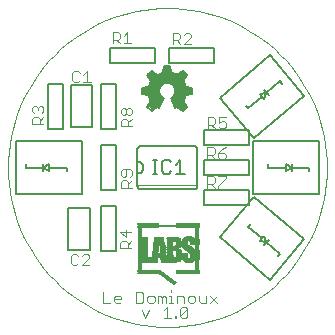
<source format=gto>
G75*
G70*
%OFA0B0*%
%FSLAX24Y24*%
%IPPOS*%
%LPD*%
%AMOC8*
5,1,8,0,0,1.08239X$1,22.5*
%
%ADD10C,0.0004*%
%ADD11C,0.0040*%
%ADD12C,0.0060*%
%ADD13C,0.0020*%
%ADD14C,0.0050*%
%ADD15C,0.0030*%
%ADD16R,0.0024X0.0008*%
%ADD17R,0.0040X0.0008*%
%ADD18R,0.0048X0.0008*%
%ADD19R,0.0072X0.0008*%
%ADD20R,0.0088X0.0008*%
%ADD21R,0.0104X0.0008*%
%ADD22R,0.0120X0.0008*%
%ADD23R,0.0136X0.0008*%
%ADD24R,0.0152X0.0008*%
%ADD25R,0.0176X0.0008*%
%ADD26R,0.0184X0.0008*%
%ADD27R,0.0200X0.0008*%
%ADD28R,0.0200X0.0008*%
%ADD29R,0.0192X0.0008*%
%ADD30R,0.0904X0.0008*%
%ADD31R,0.0776X0.0008*%
%ADD32R,0.0888X0.0008*%
%ADD33R,0.0880X0.0008*%
%ADD34R,0.0864X0.0008*%
%ADD35R,0.0776X0.0008*%
%ADD36R,0.0856X0.0008*%
%ADD37R,0.0848X0.0008*%
%ADD38R,0.0832X0.0008*%
%ADD39R,0.0824X0.0008*%
%ADD40R,0.0808X0.0008*%
%ADD41R,0.0800X0.0008*%
%ADD42R,0.0792X0.0008*%
%ADD43R,0.0768X0.0008*%
%ADD44R,0.0752X0.0008*%
%ADD45R,0.0744X0.0008*%
%ADD46R,0.0120X0.0008*%
%ADD47R,0.0128X0.0008*%
%ADD48R,0.0192X0.0008*%
%ADD49R,0.0656X0.0008*%
%ADD50R,0.0536X0.0008*%
%ADD51R,0.0240X0.0008*%
%ADD52R,0.0600X0.0008*%
%ADD53R,0.0288X0.0008*%
%ADD54R,0.0624X0.0008*%
%ADD55R,0.0304X0.0008*%
%ADD56R,0.0640X0.0008*%
%ADD57R,0.0336X0.0008*%
%ADD58R,0.0664X0.0008*%
%ADD59R,0.0656X0.0008*%
%ADD60R,0.0360X0.0008*%
%ADD61R,0.0664X0.0008*%
%ADD62R,0.0664X0.0008*%
%ADD63R,0.0384X0.0008*%
%ADD64R,0.0672X0.0008*%
%ADD65R,0.0400X0.0008*%
%ADD66R,0.0680X0.0008*%
%ADD67R,0.0416X0.0008*%
%ADD68R,0.0552X0.0008*%
%ADD69R,0.0672X0.0008*%
%ADD70R,0.0696X0.0008*%
%ADD71R,0.0552X0.0008*%
%ADD72R,0.0696X0.0008*%
%ADD73R,0.0560X0.0008*%
%ADD74R,0.0704X0.0008*%
%ADD75R,0.0568X0.0008*%
%ADD76R,0.0704X0.0008*%
%ADD77R,0.0568X0.0008*%
%ADD78R,0.1288X0.0008*%
%ADD79R,0.0920X0.0008*%
%ADD80R,0.0320X0.0008*%
%ADD81R,0.0912X0.0008*%
%ADD82R,0.0312X0.0008*%
%ADD83R,0.0432X0.0008*%
%ADD84R,0.0448X0.0008*%
%ADD85R,0.1192X0.0008*%
%ADD86R,0.0416X0.0008*%
%ADD87R,0.0304X0.0008*%
%ADD88R,0.1192X0.0008*%
%ADD89R,0.0408X0.0008*%
%ADD90R,0.0328X0.0008*%
%ADD91R,0.0728X0.0008*%
%ADD92R,0.0328X0.0008*%
%ADD93R,0.0720X0.0008*%
%ADD94R,0.0392X0.0008*%
%ADD95R,0.0720X0.0008*%
%ADD96R,0.0392X0.0008*%
%ADD97R,0.0488X0.0008*%
%ADD98R,0.0224X0.0008*%
%ADD99R,0.0488X0.0008*%
%ADD100R,0.0224X0.0008*%
%ADD101R,0.0480X0.0008*%
%ADD102R,0.0472X0.0008*%
%ADD103R,0.0472X0.0008*%
%ADD104R,0.0312X0.0008*%
%ADD105R,0.0216X0.0008*%
%ADD106R,0.0192X0.0008*%
%ADD107R,0.0336X0.0008*%
%ADD108R,0.0216X0.0008*%
%ADD109R,0.0352X0.0008*%
%ADD110R,0.0192X0.0008*%
%ADD111R,0.0184X0.0008*%
%ADD112R,0.0360X0.0008*%
%ADD113R,0.0208X0.0008*%
%ADD114R,0.0368X0.0008*%
%ADD115R,0.0184X0.0008*%
%ADD116R,0.0408X0.0008*%
%ADD117R,0.0416X0.0008*%
%ADD118R,0.0256X0.0008*%
%ADD119R,0.0440X0.0008*%
%ADD120R,0.0328X0.0008*%
%ADD121R,0.0336X0.0008*%
%ADD122R,0.0344X0.0008*%
%ADD123R,0.0472X0.0008*%
%ADD124R,0.0344X0.0008*%
%ADD125R,0.0464X0.0008*%
%ADD126R,0.0176X0.0008*%
%ADD127R,0.0456X0.0008*%
%ADD128R,0.0352X0.0008*%
%ADD129R,0.0440X0.0008*%
%ADD130R,0.0352X0.0008*%
%ADD131R,0.0424X0.0008*%
%ADD132R,0.0344X0.0008*%
%ADD133R,0.0176X0.0008*%
%ADD134R,0.0184X0.0008*%
%ADD135R,0.0216X0.0008*%
%ADD136R,0.0296X0.0008*%
%ADD137R,0.0280X0.0008*%
%ADD138R,0.0264X0.0008*%
%ADD139R,0.0448X0.0008*%
%ADD140R,0.0424X0.0008*%
%ADD141R,0.0400X0.0008*%
%ADD142R,0.0376X0.0008*%
%ADD143R,0.0368X0.0008*%
%ADD144R,0.0408X0.0008*%
%ADD145R,0.0480X0.0008*%
%ADD146R,0.0584X0.0008*%
%ADD147R,0.0576X0.0008*%
%ADD148R,0.0464X0.0008*%
%ADD149R,0.0328X0.0008*%
%ADD150R,0.0432X0.0008*%
%ADD151R,0.0376X0.0008*%
%ADD152R,0.0392X0.0008*%
%ADD153R,0.0376X0.0008*%
%ADD154R,0.0320X0.0008*%
%ADD155R,0.0272X0.0008*%
%ADD156R,0.0224X0.0008*%
%ADD157R,0.0064X0.0008*%
%ADD158R,0.0704X0.0008*%
%ADD159R,0.0704X0.0008*%
%ADD160R,0.2048X0.0008*%
%ADD161R,0.2048X0.0008*%
D10*
X000111Y005426D02*
X000117Y005687D01*
X000137Y005947D01*
X000169Y006206D01*
X000213Y006463D01*
X000270Y006717D01*
X000340Y006969D01*
X000422Y007217D01*
X000516Y007460D01*
X000621Y007698D01*
X000739Y007931D01*
X000867Y008158D01*
X001007Y008379D01*
X001157Y008592D01*
X001317Y008798D01*
X001488Y008995D01*
X001668Y009184D01*
X001857Y009364D01*
X002054Y009535D01*
X002260Y009695D01*
X002473Y009845D01*
X002694Y009985D01*
X002921Y010113D01*
X003154Y010231D01*
X003392Y010336D01*
X003635Y010430D01*
X003883Y010512D01*
X004135Y010582D01*
X004389Y010639D01*
X004646Y010683D01*
X004905Y010715D01*
X005165Y010735D01*
X005426Y010741D01*
X005687Y010735D01*
X005947Y010715D01*
X006206Y010683D01*
X006463Y010639D01*
X006717Y010582D01*
X006969Y010512D01*
X007217Y010430D01*
X007460Y010336D01*
X007698Y010231D01*
X007931Y010113D01*
X008158Y009985D01*
X008379Y009845D01*
X008592Y009695D01*
X008798Y009535D01*
X008995Y009364D01*
X009184Y009184D01*
X009364Y008995D01*
X009535Y008798D01*
X009695Y008592D01*
X009845Y008379D01*
X009985Y008158D01*
X010113Y007931D01*
X010231Y007698D01*
X010336Y007460D01*
X010430Y007217D01*
X010512Y006969D01*
X010582Y006717D01*
X010639Y006463D01*
X010683Y006206D01*
X010715Y005947D01*
X010735Y005687D01*
X010741Y005426D01*
X010735Y005165D01*
X010715Y004905D01*
X010683Y004646D01*
X010639Y004389D01*
X010582Y004135D01*
X010512Y003883D01*
X010430Y003635D01*
X010336Y003392D01*
X010231Y003154D01*
X010113Y002921D01*
X009985Y002694D01*
X009845Y002473D01*
X009695Y002260D01*
X009535Y002054D01*
X009364Y001857D01*
X009184Y001668D01*
X008995Y001488D01*
X008798Y001317D01*
X008592Y001157D01*
X008379Y001007D01*
X008158Y000867D01*
X007931Y000739D01*
X007698Y000621D01*
X007460Y000516D01*
X007217Y000422D01*
X006969Y000340D01*
X006717Y000270D01*
X006463Y000213D01*
X006206Y000169D01*
X005947Y000137D01*
X005687Y000117D01*
X005426Y000111D01*
X005165Y000117D01*
X004905Y000137D01*
X004646Y000169D01*
X004389Y000213D01*
X004135Y000270D01*
X003883Y000340D01*
X003635Y000422D01*
X003392Y000516D01*
X003154Y000621D01*
X002921Y000739D01*
X002694Y000867D01*
X002473Y001007D01*
X002260Y001157D01*
X002054Y001317D01*
X001857Y001488D01*
X001668Y001668D01*
X001488Y001857D01*
X001317Y002054D01*
X001157Y002260D01*
X001007Y002473D01*
X000867Y002694D01*
X000739Y002921D01*
X000621Y003154D01*
X000516Y003392D01*
X000422Y003635D01*
X000340Y003883D01*
X000270Y004135D01*
X000213Y004389D01*
X000169Y004646D01*
X000137Y004905D01*
X000117Y005165D01*
X000111Y005426D01*
D11*
X003280Y001279D02*
X003280Y000918D01*
X003521Y000918D01*
X003649Y000978D02*
X003649Y001098D01*
X003709Y001158D01*
X003829Y001158D01*
X003889Y001098D01*
X003889Y001038D01*
X003649Y001038D01*
X003649Y000978D02*
X003709Y000918D01*
X003829Y000918D01*
X004385Y000918D02*
X004566Y000918D01*
X004626Y000978D01*
X004626Y001219D01*
X004566Y001279D01*
X004385Y001279D01*
X004385Y000918D01*
X004560Y000666D02*
X004680Y000426D01*
X004800Y000666D01*
X004814Y000918D02*
X004754Y000978D01*
X004754Y001098D01*
X004814Y001158D01*
X004934Y001158D01*
X004994Y001098D01*
X004994Y000978D01*
X004934Y000918D01*
X004814Y000918D01*
X005122Y000918D02*
X005122Y001158D01*
X005182Y001158D01*
X005242Y001098D01*
X005302Y001158D01*
X005362Y001098D01*
X005362Y000918D01*
X005242Y000918D02*
X005242Y001098D01*
X005490Y001158D02*
X005550Y001158D01*
X005550Y000918D01*
X005490Y000918D02*
X005610Y000918D01*
X005736Y000918D02*
X005736Y001158D01*
X005916Y001158D01*
X005976Y001098D01*
X005976Y000918D01*
X006104Y000978D02*
X006164Y000918D01*
X006284Y000918D01*
X006344Y000978D01*
X006344Y001098D01*
X006284Y001158D01*
X006164Y001158D01*
X006104Y001098D01*
X006104Y000978D01*
X006029Y000786D02*
X005909Y000786D01*
X005849Y000726D01*
X005849Y000486D01*
X006089Y000726D01*
X006089Y000486D01*
X006029Y000426D01*
X005909Y000426D01*
X005849Y000486D01*
X005725Y000486D02*
X005725Y000426D01*
X005665Y000426D01*
X005665Y000486D01*
X005725Y000486D01*
X005537Y000426D02*
X005297Y000426D01*
X005417Y000426D02*
X005417Y000786D01*
X005297Y000666D01*
X005550Y001279D02*
X005550Y001339D01*
X006029Y000786D02*
X006089Y000726D01*
X006472Y000978D02*
X006532Y000918D01*
X006713Y000918D01*
X006713Y001158D01*
X006841Y001158D02*
X007081Y000918D01*
X006841Y000918D02*
X007081Y001158D01*
X006472Y001158D02*
X006472Y000978D01*
D12*
X006276Y004706D02*
X004576Y004706D01*
X004554Y004704D01*
X004532Y004705D01*
X004510Y004711D01*
X004490Y004720D01*
X004472Y004732D01*
X004456Y004747D01*
X004442Y004765D01*
X004433Y004785D01*
X004426Y004806D01*
X004426Y004846D01*
X004426Y006046D01*
X004433Y006067D01*
X004442Y006087D01*
X004456Y006105D01*
X004472Y006120D01*
X004490Y006132D01*
X004510Y006141D01*
X004532Y006147D01*
X004554Y006148D01*
X004576Y006146D01*
X006276Y006146D01*
X006296Y006148D01*
X006316Y006147D01*
X006335Y006143D01*
X006354Y006136D01*
X006371Y006127D01*
X006387Y006114D01*
X006401Y006100D01*
X006412Y006083D01*
X006420Y006065D01*
X006426Y006046D01*
X006426Y004846D01*
X006426Y004806D01*
X006420Y004787D01*
X006412Y004769D01*
X006401Y004752D01*
X006387Y004738D01*
X006371Y004725D01*
X006354Y004716D01*
X006335Y004709D01*
X006316Y004705D01*
X006296Y004704D01*
X006276Y004706D01*
X004426Y005226D02*
X004453Y005228D01*
X004480Y005233D01*
X004506Y005243D01*
X004530Y005255D01*
X004552Y005271D01*
X004572Y005289D01*
X004589Y005311D01*
X004604Y005334D01*
X004614Y005359D01*
X004622Y005385D01*
X004626Y005412D01*
X004626Y005440D01*
X004622Y005467D01*
X004614Y005493D01*
X004604Y005518D01*
X004589Y005541D01*
X004572Y005563D01*
X004552Y005581D01*
X004530Y005597D01*
X004506Y005609D01*
X004480Y005619D01*
X004453Y005624D01*
X004426Y005626D01*
X004899Y007316D02*
X004759Y007456D01*
X004879Y007636D01*
X004910Y007663D02*
X005248Y007663D01*
X005279Y007716D02*
X005129Y007466D01*
X005079Y007466D01*
X004929Y007366D01*
X004829Y007466D01*
X004929Y007616D01*
X004829Y007866D01*
X004629Y007916D01*
X004629Y008066D01*
X004829Y008066D01*
X004929Y008316D01*
X004779Y008516D01*
X004929Y008616D01*
X005079Y008466D01*
X005279Y008566D01*
X005329Y008766D01*
X005479Y008766D01*
X005529Y008566D01*
X005729Y008466D01*
X005929Y008616D01*
X006029Y008516D01*
X005929Y008316D01*
X006029Y008066D01*
X006229Y008066D01*
X006229Y007916D01*
X005979Y007866D01*
X005929Y007616D01*
X006029Y007466D01*
X005929Y007366D01*
X005779Y007466D01*
X005679Y007416D01*
X005579Y007716D01*
X005729Y007916D01*
X005679Y008166D01*
X005479Y008266D01*
X005279Y008266D01*
X005129Y008116D01*
X005129Y007816D01*
X005279Y007716D01*
X005271Y007721D02*
X004887Y007721D01*
X004864Y007780D02*
X005183Y007780D01*
X005129Y007839D02*
X004840Y007839D01*
X004799Y007836D02*
X004579Y007876D01*
X004579Y008076D01*
X004809Y008116D01*
X004856Y008131D02*
X005145Y008131D01*
X005129Y008073D02*
X004832Y008073D01*
X004879Y008190D02*
X005204Y008190D01*
X005262Y008248D02*
X004902Y008248D01*
X004889Y008306D02*
X004759Y008496D01*
X004899Y008636D01*
X005089Y008506D01*
X005113Y008483D02*
X005695Y008483D01*
X005739Y008506D02*
X005939Y008636D01*
X006079Y008496D01*
X005939Y008306D01*
X005933Y008307D02*
X004926Y008307D01*
X004892Y008365D02*
X005954Y008365D01*
X005984Y008424D02*
X004848Y008424D01*
X004804Y008483D02*
X005062Y008483D01*
X005004Y008541D02*
X004818Y008541D01*
X004905Y008600D02*
X004945Y008600D01*
X005230Y008541D02*
X005578Y008541D01*
X005559Y008576D02*
X005509Y008816D01*
X005319Y008816D01*
X005269Y008576D01*
X005288Y008600D02*
X005521Y008600D01*
X005506Y008658D02*
X005303Y008658D01*
X005317Y008717D02*
X005492Y008717D01*
X005752Y008483D02*
X006013Y008483D01*
X006004Y008541D02*
X005830Y008541D01*
X005908Y008600D02*
X005945Y008600D01*
X005956Y008248D02*
X005514Y008248D01*
X005631Y008190D02*
X005980Y008190D01*
X006003Y008131D02*
X005686Y008131D01*
X005698Y008073D02*
X006026Y008073D01*
X006029Y008116D02*
X006249Y008076D01*
X006249Y007876D01*
X006029Y007836D01*
X005974Y007839D02*
X005672Y007839D01*
X005716Y007897D02*
X006137Y007897D01*
X006229Y007956D02*
X005721Y007956D01*
X005710Y008014D02*
X006229Y008014D01*
X005962Y007780D02*
X005628Y007780D01*
X005584Y007721D02*
X005951Y007721D01*
X005939Y007663D02*
X005597Y007663D01*
X005616Y007604D02*
X005937Y007604D01*
X005949Y007636D02*
X006079Y007456D01*
X005939Y007316D01*
X005759Y007436D01*
X005679Y007396D01*
X005539Y007736D01*
X005636Y007546D02*
X005976Y007546D01*
X006015Y007487D02*
X005655Y007487D01*
X005675Y007429D02*
X005706Y007429D01*
X005835Y007429D02*
X005993Y007429D01*
X005934Y007370D02*
X005922Y007370D01*
X005299Y007736D02*
X005149Y007396D01*
X005079Y007436D01*
X004899Y007316D01*
X004925Y007370D02*
X004936Y007370D01*
X004866Y007429D02*
X005024Y007429D01*
X005142Y007487D02*
X004844Y007487D01*
X004883Y007546D02*
X005178Y007546D01*
X005213Y007604D02*
X004922Y007604D01*
X005129Y007897D02*
X004703Y007897D01*
X004629Y007956D02*
X005129Y007956D01*
X005129Y008014D02*
X004629Y008014D01*
X004802Y007820D02*
X004817Y007773D01*
X004835Y007727D01*
X004857Y007683D01*
X004882Y007641D01*
X005092Y008501D02*
X005134Y008524D01*
X005177Y008543D01*
X005222Y008560D01*
X005268Y008572D01*
X005299Y007736D02*
X005271Y007752D01*
X005244Y007771D01*
X005221Y007793D01*
X005200Y007818D01*
X005182Y007846D01*
X005167Y007875D01*
X005157Y007906D01*
X005149Y007937D01*
X005146Y007970D01*
X005147Y008002D01*
X005151Y008035D01*
X005160Y008066D01*
X005172Y008096D01*
X005187Y008125D01*
X005206Y008152D01*
X005228Y008176D01*
X005252Y008197D01*
X005279Y008216D01*
X005308Y008231D01*
X005339Y008242D01*
X005370Y008250D01*
X005403Y008254D01*
X005435Y008254D01*
X005468Y008250D01*
X005499Y008242D01*
X005530Y008231D01*
X005559Y008216D01*
X005586Y008197D01*
X005610Y008176D01*
X005632Y008152D01*
X005651Y008125D01*
X005666Y008096D01*
X005678Y008066D01*
X005687Y008035D01*
X005691Y008002D01*
X005692Y007970D01*
X005689Y007937D01*
X005681Y007906D01*
X005671Y007875D01*
X005656Y007846D01*
X005638Y007818D01*
X005617Y007793D01*
X005594Y007771D01*
X005567Y007752D01*
X005539Y007736D01*
X006031Y008116D02*
X006019Y008156D01*
X006004Y008195D01*
X005986Y008233D01*
X005966Y008269D01*
X005944Y008304D01*
X005739Y008506D02*
X005696Y008529D01*
X005652Y008549D01*
X005606Y008565D01*
X005560Y008577D01*
X006029Y007837D02*
X006019Y007795D01*
X006006Y007754D01*
X005990Y007714D01*
X005971Y007675D01*
X005949Y007638D01*
X004808Y008118D02*
X004819Y008158D01*
X004833Y008197D01*
X004849Y008234D01*
X004868Y008271D01*
X004889Y008306D01*
D13*
X004426Y004846D02*
X006426Y004846D01*
D14*
X006644Y004692D02*
X006644Y004192D01*
X008144Y004192D01*
X008144Y004692D01*
X006644Y004692D01*
X006644Y005176D02*
X006644Y005676D01*
X008144Y005676D01*
X008144Y005176D01*
X006644Y005176D01*
X006001Y005218D02*
X005701Y005218D01*
X005851Y005218D02*
X005851Y005669D01*
X005701Y005518D01*
X005541Y005593D02*
X005466Y005669D01*
X005316Y005669D01*
X005241Y005593D01*
X005241Y005293D01*
X005316Y005218D01*
X005466Y005218D01*
X005541Y005293D01*
X005084Y005218D02*
X004934Y005218D01*
X005009Y005218D02*
X005009Y005669D01*
X004934Y005669D02*
X005084Y005669D01*
X003707Y006176D02*
X003707Y004676D01*
X003207Y004676D01*
X003207Y006176D01*
X003707Y006176D01*
X003707Y006723D02*
X003207Y006723D01*
X003207Y008223D01*
X003707Y008223D01*
X003707Y006723D01*
X002926Y006764D02*
X002217Y006764D01*
X002217Y008182D01*
X002926Y008182D01*
X002926Y006764D01*
X002589Y006301D02*
X000389Y006301D01*
X000389Y004551D01*
X002589Y004551D01*
X002589Y004576D01*
X002589Y006276D01*
X002589Y006301D01*
X001936Y006723D02*
X001436Y006723D01*
X001436Y008223D01*
X001936Y008223D01*
X001936Y006723D01*
X001489Y005535D02*
X001292Y005426D01*
X001292Y005535D01*
X001292Y005426D02*
X001292Y005316D01*
X001292Y005426D02*
X001489Y005316D01*
X001489Y005426D01*
X001489Y005535D01*
X001489Y005426D02*
X002079Y005426D01*
X002079Y005316D01*
X001292Y005426D02*
X000701Y005426D01*
X000701Y005535D01*
X002119Y004087D02*
X002119Y002670D01*
X002827Y002670D01*
X002827Y004087D01*
X002119Y004087D01*
X003207Y004129D02*
X003707Y004129D01*
X003707Y002629D01*
X003207Y002629D01*
X003207Y004129D01*
X006644Y006160D02*
X006644Y006660D01*
X008144Y006660D01*
X008144Y006160D01*
X006644Y006160D01*
X008123Y007408D02*
X008053Y007492D01*
X008123Y007408D02*
X008575Y007788D01*
X008646Y007704D01*
X008726Y007915D01*
X008796Y007831D01*
X008726Y007915D02*
X008656Y007998D01*
X008726Y007915D02*
X008505Y007872D01*
X008575Y007788D01*
X008726Y007915D02*
X009179Y008294D01*
X009249Y008210D01*
X009981Y007825D02*
X008856Y009165D01*
X007170Y007751D01*
X007186Y007732D01*
X008279Y006430D01*
X008295Y006411D01*
X009981Y007825D01*
X010463Y006301D02*
X008263Y006301D01*
X008263Y006276D01*
X008263Y004576D01*
X008263Y004551D01*
X010463Y004551D01*
X010463Y006301D01*
X010150Y005426D02*
X009560Y005426D01*
X009560Y005316D01*
X009560Y005426D02*
X009560Y005535D01*
X009560Y005426D02*
X009363Y005316D01*
X009363Y005426D01*
X009363Y005535D01*
X009560Y005426D01*
X009363Y005426D02*
X008772Y005426D01*
X008772Y005535D01*
X008295Y004441D02*
X008279Y004422D01*
X007186Y003120D01*
X007170Y003100D01*
X008856Y001686D01*
X009981Y003027D01*
X008295Y004441D01*
X008193Y003527D02*
X008123Y003443D01*
X008575Y003064D01*
X008505Y002980D01*
X008726Y002937D01*
X008656Y002853D01*
X008726Y002937D02*
X008796Y003021D01*
X008726Y002937D02*
X008646Y003147D01*
X008575Y003064D01*
X008726Y002937D02*
X009179Y002557D01*
X009108Y002474D01*
X010150Y005316D02*
X010150Y005426D01*
X006963Y008916D02*
X006963Y009416D01*
X005463Y009416D01*
X005463Y008916D01*
X006963Y008916D01*
X004995Y008916D02*
X003495Y008916D01*
X003495Y009416D01*
X004995Y009416D01*
X004995Y008916D01*
D15*
X002207Y002236D02*
X002269Y002175D01*
X002392Y002175D01*
X002454Y002236D01*
X002575Y002175D02*
X002822Y002422D01*
X002822Y002483D01*
X002760Y002545D01*
X002637Y002545D01*
X002575Y002483D01*
X002454Y002483D02*
X002392Y002545D01*
X002269Y002545D01*
X002207Y002483D01*
X002207Y002236D01*
X002575Y002175D02*
X002822Y002175D01*
X003852Y002730D02*
X003852Y002915D01*
X003914Y002977D01*
X004037Y002977D01*
X004099Y002915D01*
X004099Y002730D01*
X004099Y002853D02*
X004223Y002977D01*
X004037Y003098D02*
X004037Y003345D01*
X003852Y003283D02*
X004223Y003283D01*
X004037Y003098D02*
X003852Y003283D01*
X003852Y002730D02*
X004223Y002730D01*
X004242Y004757D02*
X003872Y004757D01*
X003872Y004943D01*
X003934Y005004D01*
X004057Y005004D01*
X004119Y004943D01*
X004119Y004757D01*
X004119Y004881D02*
X004242Y005004D01*
X004181Y005126D02*
X004242Y005187D01*
X004242Y005311D01*
X004181Y005373D01*
X003934Y005373D01*
X003872Y005311D01*
X003872Y005187D01*
X003934Y005126D01*
X003995Y005126D01*
X004057Y005187D01*
X004057Y005373D01*
X004119Y006805D02*
X004119Y006990D01*
X004057Y007051D01*
X003934Y007051D01*
X003872Y006990D01*
X003872Y006805D01*
X004242Y006805D01*
X004119Y006928D02*
X004242Y007051D01*
X004181Y007173D02*
X004119Y007173D01*
X004057Y007235D01*
X004057Y007358D01*
X004119Y007420D01*
X004181Y007420D01*
X004242Y007358D01*
X004242Y007235D01*
X004181Y007173D01*
X004057Y007235D02*
X003995Y007173D01*
X003934Y007173D01*
X003872Y007235D01*
X003872Y007358D01*
X003934Y007420D01*
X003995Y007420D01*
X004057Y007358D01*
X002861Y008277D02*
X002615Y008277D01*
X002738Y008277D02*
X002738Y008647D01*
X002615Y008524D01*
X002493Y008586D02*
X002431Y008647D01*
X002308Y008647D01*
X002246Y008586D01*
X002246Y008339D01*
X002308Y008277D01*
X002431Y008277D01*
X002493Y008339D01*
X001290Y007418D02*
X001290Y007294D01*
X001229Y007232D01*
X001290Y007111D02*
X001167Y006987D01*
X001167Y007049D02*
X001167Y006864D01*
X001290Y006864D02*
X000920Y006864D01*
X000920Y007049D01*
X000982Y007111D01*
X001105Y007111D01*
X001167Y007049D01*
X000982Y007232D02*
X000920Y007294D01*
X000920Y007418D01*
X000982Y007479D01*
X001044Y007479D01*
X001105Y007418D01*
X001167Y007479D01*
X001229Y007479D01*
X001290Y007418D01*
X001105Y007418D02*
X001105Y007356D01*
X003596Y009561D02*
X003596Y009932D01*
X003781Y009932D01*
X003843Y009870D01*
X003843Y009746D01*
X003781Y009685D01*
X003596Y009685D01*
X003720Y009685D02*
X003843Y009561D01*
X003965Y009561D02*
X004211Y009561D01*
X004088Y009561D02*
X004088Y009932D01*
X003965Y009808D01*
X005604Y009913D02*
X005604Y009542D01*
X005604Y009666D02*
X005789Y009666D01*
X005851Y009728D01*
X005851Y009851D01*
X005789Y009913D01*
X005604Y009913D01*
X005727Y009666D02*
X005851Y009542D01*
X005972Y009542D02*
X006219Y009789D01*
X006219Y009851D01*
X006157Y009913D01*
X006034Y009913D01*
X005972Y009851D01*
X005972Y009542D02*
X006219Y009542D01*
X006760Y007097D02*
X006945Y007097D01*
X007007Y007035D01*
X007007Y006912D01*
X006945Y006850D01*
X006760Y006850D01*
X006760Y006727D02*
X006760Y007097D01*
X006884Y006850D02*
X007007Y006727D01*
X007129Y006789D02*
X007190Y006727D01*
X007314Y006727D01*
X007375Y006789D01*
X007375Y006912D01*
X007314Y006974D01*
X007252Y006974D01*
X007129Y006912D01*
X007129Y007097D01*
X007375Y007097D01*
X007361Y006093D02*
X007238Y006031D01*
X007114Y005908D01*
X007299Y005908D01*
X007361Y005846D01*
X007361Y005784D01*
X007299Y005723D01*
X007176Y005723D01*
X007114Y005784D01*
X007114Y005908D01*
X006993Y005908D02*
X006993Y006031D01*
X006931Y006093D01*
X006746Y006093D01*
X006746Y005723D01*
X006746Y005846D02*
X006931Y005846D01*
X006993Y005908D01*
X006869Y005846D02*
X006993Y005723D01*
X006939Y005128D02*
X006754Y005128D01*
X006754Y004758D01*
X006754Y004881D02*
X006939Y004881D01*
X007001Y004943D01*
X007001Y005067D01*
X006939Y005128D01*
X007122Y005128D02*
X007369Y005128D01*
X007369Y005067D01*
X007122Y004820D01*
X007122Y004758D01*
X007001Y004758D02*
X006878Y004881D01*
D16*
X005650Y001497D03*
D17*
X005650Y001505D03*
D18*
X005646Y001513D03*
D19*
X005642Y001521D03*
D20*
X005642Y001529D03*
D21*
X005642Y001537D03*
D22*
X005634Y001545D03*
X006426Y001985D03*
X006426Y001993D03*
X006426Y002001D03*
X006426Y002017D03*
X006426Y002025D03*
X006426Y002033D03*
X006426Y002041D03*
X006426Y002057D03*
X006426Y002065D03*
X006426Y002073D03*
X006426Y002081D03*
X006426Y002097D03*
X006426Y002105D03*
X006426Y002113D03*
X006426Y002121D03*
X006426Y002137D03*
X006426Y002145D03*
X006426Y002153D03*
X006426Y002161D03*
X006426Y002177D03*
X006426Y002185D03*
X006426Y002193D03*
X006426Y002201D03*
X006426Y002217D03*
X006426Y002225D03*
X006426Y002233D03*
X006426Y002241D03*
X006426Y002257D03*
X006426Y002265D03*
X006426Y002273D03*
X006426Y002281D03*
X006426Y002297D03*
X006426Y002305D03*
X006426Y002313D03*
X006426Y002641D03*
X006426Y002657D03*
X006426Y002665D03*
X006426Y002673D03*
X006426Y002681D03*
X006426Y002697D03*
X006426Y002705D03*
X006426Y002713D03*
X006426Y002721D03*
X006426Y002737D03*
X006426Y002745D03*
X006426Y002753D03*
X006426Y002761D03*
X006426Y002777D03*
X006426Y002785D03*
X006426Y002793D03*
X006426Y002801D03*
X006426Y002817D03*
X006426Y002825D03*
X006426Y002833D03*
X006426Y002841D03*
X006426Y003001D03*
X006426Y003017D03*
X006426Y003025D03*
X006426Y003033D03*
X006426Y003041D03*
X006426Y003057D03*
X006426Y003065D03*
X006426Y003073D03*
X006426Y003081D03*
X006426Y003097D03*
X006426Y003105D03*
X006426Y003113D03*
X006426Y003121D03*
X006426Y003137D03*
X006426Y003145D03*
X006426Y003153D03*
X006426Y003161D03*
X006426Y003177D03*
X006426Y003185D03*
X006426Y003193D03*
X006426Y003201D03*
X006426Y003217D03*
X006426Y003225D03*
X006426Y003233D03*
X006426Y003241D03*
X006426Y003257D03*
X006426Y003265D03*
X006426Y003273D03*
X006426Y003281D03*
X006426Y003297D03*
X006426Y003305D03*
X006426Y003313D03*
X006426Y003321D03*
X006426Y003337D03*
X006426Y003345D03*
X006426Y003353D03*
X006426Y003361D03*
X006426Y003377D03*
X006426Y003385D03*
X006426Y003393D03*
X006426Y003401D03*
X004498Y003401D03*
X004498Y003393D03*
X004498Y003385D03*
X004498Y003377D03*
X004498Y003361D03*
X004498Y003353D03*
X004498Y003345D03*
X004498Y003337D03*
X004498Y003321D03*
X004498Y003313D03*
X004498Y003305D03*
X004498Y003297D03*
X004498Y003281D03*
X004498Y003273D03*
X004498Y003265D03*
X004498Y003257D03*
X004498Y003241D03*
X004498Y003233D03*
X004498Y003225D03*
X004498Y003217D03*
X004498Y003201D03*
X004498Y003193D03*
X004498Y003185D03*
X004498Y003177D03*
X004498Y003161D03*
X004498Y003153D03*
X004498Y003145D03*
X004498Y003137D03*
X004498Y003121D03*
X004498Y003113D03*
X004498Y003105D03*
X004498Y003097D03*
X004498Y002241D03*
X004498Y002233D03*
X004498Y002225D03*
X004498Y002217D03*
X004498Y002201D03*
X004498Y002193D03*
X004498Y002185D03*
X004498Y002177D03*
X004498Y002161D03*
X004498Y002153D03*
X004498Y002145D03*
X004498Y002137D03*
X004498Y002121D03*
X004498Y002113D03*
X004498Y002105D03*
X004498Y002097D03*
X004498Y002081D03*
X004498Y002073D03*
X004498Y002065D03*
X004498Y002057D03*
X004498Y002041D03*
X004498Y002033D03*
X004498Y002025D03*
X004498Y002017D03*
X004498Y002001D03*
X004498Y001993D03*
X004498Y001985D03*
D23*
X005634Y001553D03*
D24*
X005634Y001561D03*
D25*
X005630Y001569D03*
X005262Y002809D03*
X005254Y002849D03*
D26*
X005258Y002833D03*
X005258Y002825D03*
X005258Y002817D03*
X005266Y002785D03*
X005266Y002777D03*
X005266Y002761D03*
X005058Y002865D03*
X005058Y002873D03*
X005058Y002881D03*
X005626Y001577D03*
D27*
X005618Y001585D03*
X005610Y001593D03*
X005602Y001601D03*
X005578Y001617D03*
X005570Y001625D03*
X005554Y001633D03*
X005546Y001641D03*
X005522Y001657D03*
X005514Y001665D03*
X005498Y001673D03*
X005490Y001681D03*
X005466Y001697D03*
X005458Y001705D03*
X005450Y001713D03*
X005434Y001721D03*
X005418Y001737D03*
X005402Y001745D03*
X005394Y001753D03*
X005378Y001761D03*
X005362Y001777D03*
X005346Y001785D03*
X005338Y001793D03*
X005330Y001801D03*
X005306Y001817D03*
X005298Y001825D03*
X005282Y001833D03*
X005274Y001841D03*
X005250Y001857D03*
X005018Y002561D03*
X005026Y002617D03*
X005794Y002785D03*
X005794Y002793D03*
X005794Y002801D03*
X006002Y002953D03*
D28*
X005314Y001809D03*
X005370Y001769D03*
X005426Y001729D03*
X005482Y001689D03*
X005538Y001649D03*
X005586Y001609D03*
D29*
X005262Y001849D03*
X005022Y002569D03*
X005022Y002609D03*
D30*
X004890Y001865D03*
D31*
X004826Y001953D03*
X006098Y001945D03*
X006098Y001953D03*
X006098Y001961D03*
X006098Y001977D03*
X006098Y001937D03*
X006098Y001921D03*
X006098Y001913D03*
X006098Y001905D03*
X006098Y001897D03*
X006098Y001881D03*
X006098Y001873D03*
X006098Y001865D03*
X006098Y003417D03*
X006098Y003425D03*
X006098Y003433D03*
X006098Y003441D03*
X006098Y003497D03*
X006098Y003505D03*
X006098Y003513D03*
X006098Y003521D03*
D32*
X004882Y001873D03*
D33*
X004878Y001881D03*
D34*
X004870Y001889D03*
D35*
X006098Y001889D03*
X006098Y001929D03*
X006098Y001969D03*
X006098Y003449D03*
X006098Y003529D03*
D36*
X004866Y001897D03*
D37*
X004862Y001905D03*
D38*
X004854Y001913D03*
D39*
X004850Y001921D03*
D40*
X004842Y001929D03*
D41*
X004838Y001937D03*
D42*
X004834Y001945D03*
D43*
X004822Y001961D03*
D44*
X004814Y001969D03*
D45*
X004810Y001977D03*
D46*
X004498Y002009D03*
X004498Y002049D03*
X004498Y002089D03*
X004498Y002129D03*
X004498Y002169D03*
X004498Y002209D03*
X004498Y002249D03*
X004498Y003129D03*
X004498Y003169D03*
X004498Y003209D03*
X004498Y003249D03*
X004498Y003289D03*
X004498Y003329D03*
X004498Y003369D03*
X004498Y003409D03*
X006426Y003409D03*
X006426Y003369D03*
X006426Y003329D03*
X006426Y003289D03*
X006426Y003249D03*
X006426Y003209D03*
X006426Y003169D03*
X006426Y003129D03*
X006426Y003089D03*
X006426Y003049D03*
X006426Y003009D03*
X006426Y002849D03*
X006426Y002809D03*
X006426Y002769D03*
X006426Y002729D03*
X006426Y002689D03*
X006426Y002649D03*
X006426Y002289D03*
X006426Y002249D03*
X006426Y002209D03*
X006426Y002169D03*
X006426Y002129D03*
X006426Y002089D03*
X006426Y002049D03*
X006426Y002009D03*
D47*
X006150Y002241D03*
D48*
X006150Y002249D03*
X005294Y002569D03*
X005030Y002649D03*
X005038Y002689D03*
X005038Y002729D03*
X005046Y002769D03*
X005054Y002849D03*
D49*
X004766Y002281D03*
X004766Y002273D03*
X004766Y002265D03*
X004766Y002257D03*
D50*
X005490Y002257D03*
D51*
X006150Y002257D03*
D52*
X005522Y002265D03*
D53*
X006150Y002265D03*
D54*
X005534Y002273D03*
D55*
X006150Y002273D03*
X006334Y002401D03*
X006334Y002417D03*
X006334Y002425D03*
X006334Y002433D03*
X006334Y002441D03*
X006334Y002457D03*
X006334Y002465D03*
X006334Y002473D03*
X006334Y002481D03*
X006334Y002497D03*
X006334Y002505D03*
X006334Y002513D03*
X006334Y002857D03*
X006334Y002865D03*
X006334Y002873D03*
X006334Y002881D03*
X006334Y002897D03*
X006334Y002905D03*
X006334Y002913D03*
X006334Y002921D03*
X006134Y003081D03*
D56*
X005542Y002281D03*
D57*
X006150Y002281D03*
X006134Y003073D03*
X005150Y003041D03*
X005150Y003033D03*
X005150Y003025D03*
X005150Y003017D03*
D58*
X004770Y002289D03*
D59*
X005542Y002289D03*
D60*
X006154Y002289D03*
X005154Y002929D03*
D61*
X004770Y002321D03*
X004770Y002313D03*
X004770Y002305D03*
X004770Y002297D03*
D62*
X005546Y002297D03*
D63*
X006150Y002297D03*
X006294Y002593D03*
D64*
X005550Y002305D03*
X004774Y002337D03*
X004774Y002345D03*
X004774Y002353D03*
X004774Y002361D03*
D65*
X005606Y002705D03*
X005606Y002713D03*
X005902Y002857D03*
X005902Y002865D03*
X005902Y002873D03*
X005902Y002881D03*
X005894Y002905D03*
X005894Y002913D03*
X005894Y002921D03*
X005894Y002441D03*
X005894Y002433D03*
X005894Y002425D03*
X006150Y002305D03*
D66*
X005554Y002313D03*
X005554Y002321D03*
X004778Y002377D03*
X004778Y002385D03*
X004778Y002393D03*
X004778Y002401D03*
D67*
X005910Y002833D03*
X005894Y002937D03*
X006150Y002313D03*
D68*
X006210Y002321D03*
D69*
X004774Y002329D03*
X004774Y002369D03*
D70*
X005554Y002329D03*
D71*
X006210Y002329D03*
D72*
X005554Y002337D03*
X005554Y002345D03*
D73*
X006206Y002345D03*
X006206Y002337D03*
D74*
X005558Y002353D03*
X005558Y002361D03*
D75*
X006202Y002361D03*
X006202Y002353D03*
D76*
X005558Y002369D03*
D77*
X006202Y002369D03*
D78*
X005842Y002377D03*
D79*
X005658Y002385D03*
D80*
X006326Y002385D03*
X006326Y002545D03*
X006326Y002945D03*
X006326Y002953D03*
X006326Y002961D03*
X005150Y003057D03*
X005150Y003065D03*
X005150Y003073D03*
X005150Y003081D03*
D81*
X005654Y002393D03*
D82*
X006066Y002761D03*
X006074Y002753D03*
X006330Y002937D03*
X006330Y002537D03*
X006330Y002521D03*
X006330Y002393D03*
D83*
X006270Y002625D03*
X006134Y003025D03*
X005414Y002401D03*
D84*
X005886Y002401D03*
X006134Y003001D03*
X005630Y003033D03*
D85*
X005034Y002409D03*
D86*
X005894Y002409D03*
D87*
X006334Y002409D03*
X006334Y002449D03*
X006334Y002489D03*
X006334Y002889D03*
D88*
X005034Y002417D03*
D89*
X005610Y003065D03*
X005906Y002841D03*
X006138Y003041D03*
X005898Y002417D03*
D90*
X006082Y002745D03*
X006322Y002553D03*
X004602Y002561D03*
X004602Y002553D03*
X004602Y002545D03*
X004602Y002537D03*
X004602Y002521D03*
X004602Y002513D03*
X004602Y002505D03*
X004602Y002497D03*
X004602Y002481D03*
X004602Y002473D03*
X004602Y002465D03*
X004602Y002457D03*
X004602Y002441D03*
X004602Y002433D03*
X004602Y002425D03*
X004602Y002577D03*
X004602Y002585D03*
X004602Y002593D03*
X004602Y002601D03*
X004602Y002617D03*
X004602Y002625D03*
X004602Y002633D03*
X004602Y002641D03*
X004602Y002657D03*
X004602Y002665D03*
X004602Y002673D03*
X004602Y002681D03*
X004602Y002697D03*
X004602Y002705D03*
X004602Y002713D03*
X004602Y002721D03*
X004602Y002737D03*
X004602Y002745D03*
X004602Y002753D03*
X004602Y002761D03*
X004602Y002777D03*
X004602Y002785D03*
X004602Y002793D03*
X004602Y002801D03*
X004602Y002817D03*
X004602Y002825D03*
X004602Y002833D03*
X004602Y002841D03*
X004602Y002857D03*
X004602Y002865D03*
X004602Y002873D03*
X004602Y002881D03*
X004602Y002897D03*
X004602Y002905D03*
X004602Y002913D03*
X004602Y002921D03*
X004602Y002937D03*
X004602Y002945D03*
X004602Y002953D03*
X004602Y002961D03*
X004602Y002977D03*
X004602Y002985D03*
X004602Y002993D03*
X004602Y003001D03*
X004602Y003017D03*
X004602Y003025D03*
X004602Y003033D03*
X004602Y003041D03*
X004602Y003057D03*
X004602Y003065D03*
X004602Y003073D03*
X004602Y003081D03*
D91*
X005266Y002441D03*
X005266Y002433D03*
X005266Y002425D03*
D92*
X004602Y002449D03*
X004602Y002489D03*
X004602Y002529D03*
X004602Y002569D03*
X004602Y002609D03*
X004602Y002649D03*
X004602Y002689D03*
X004602Y002729D03*
X004602Y002769D03*
X004602Y002809D03*
X004602Y002849D03*
X004602Y002889D03*
X004602Y002929D03*
X004602Y002969D03*
X004602Y003009D03*
X004602Y003049D03*
X004602Y003089D03*
X006322Y002969D03*
D93*
X005270Y002449D03*
D94*
X005898Y002449D03*
X005898Y002489D03*
X005898Y002529D03*
X005898Y002889D03*
X006138Y003049D03*
D95*
X005270Y002465D03*
X005270Y002457D03*
D96*
X005898Y002457D03*
X005898Y002465D03*
X005898Y002473D03*
X005898Y002481D03*
X005898Y002497D03*
X005898Y002505D03*
X005898Y002513D03*
X005898Y002521D03*
X005898Y002537D03*
X005898Y002545D03*
X005898Y002897D03*
X006290Y002601D03*
D97*
X005650Y002641D03*
X005650Y002953D03*
X005650Y002961D03*
X005154Y002497D03*
X005154Y002481D03*
X005154Y002473D03*
D98*
X005518Y002473D03*
X005518Y002481D03*
X005518Y002497D03*
X005518Y002505D03*
X005518Y002513D03*
X005518Y002521D03*
X005518Y002537D03*
X005518Y002545D03*
X005518Y002553D03*
X005518Y002561D03*
X005518Y002577D03*
X005518Y002585D03*
X005518Y002593D03*
X005518Y002601D03*
X005518Y002617D03*
X005518Y002625D03*
X005518Y002633D03*
X005518Y002777D03*
X005518Y002785D03*
X005518Y002793D03*
X005518Y002801D03*
X005518Y002817D03*
X005518Y002825D03*
X005518Y002833D03*
X005518Y002841D03*
X005518Y002857D03*
X005518Y002865D03*
X005518Y002873D03*
X005518Y002881D03*
X005518Y002897D03*
X005518Y002905D03*
X005518Y002913D03*
X005518Y002921D03*
X005518Y002937D03*
X005518Y002945D03*
D99*
X005650Y002649D03*
X005154Y002489D03*
D100*
X005518Y002489D03*
X005518Y002529D03*
X005518Y002569D03*
X005518Y002609D03*
X005518Y002769D03*
X005518Y002809D03*
X005518Y002849D03*
X005518Y002889D03*
X005518Y002929D03*
D101*
X005646Y002977D03*
X005646Y002985D03*
X005646Y002761D03*
X005646Y002657D03*
X005158Y002513D03*
X005158Y002505D03*
D102*
X005154Y002521D03*
X005154Y002537D03*
X005154Y002545D03*
X005154Y002553D03*
D103*
X005154Y002529D03*
D104*
X006330Y002529D03*
X006330Y002929D03*
D105*
X005802Y002617D03*
X005794Y002625D03*
X005802Y002601D03*
X005802Y002593D03*
X005810Y002577D03*
X005810Y002561D03*
X005810Y002553D03*
D106*
X005294Y002561D03*
X005286Y002617D03*
X005286Y002625D03*
X005030Y002625D03*
X005030Y002633D03*
X005030Y002641D03*
X005030Y002657D03*
X005030Y002665D03*
X005030Y002673D03*
X005030Y002681D03*
X005038Y002697D03*
X005038Y002705D03*
X005038Y002713D03*
X005038Y002721D03*
X005038Y002737D03*
X005046Y002761D03*
X005046Y002777D03*
X005046Y002785D03*
X005046Y002793D03*
X005046Y002801D03*
X005054Y002817D03*
X005054Y002825D03*
X005054Y002833D03*
X005054Y002841D03*
X005054Y002857D03*
D107*
X006318Y002561D03*
D108*
X006010Y002969D03*
X005802Y002609D03*
X005810Y002569D03*
D109*
X006310Y002569D03*
X005150Y002969D03*
D110*
X005022Y002601D03*
X005022Y002593D03*
X005022Y002585D03*
X005022Y002577D03*
D111*
X005042Y002745D03*
X005042Y002753D03*
X005274Y002721D03*
X005274Y002713D03*
X005274Y002705D03*
X005274Y002697D03*
X005282Y002673D03*
X005282Y002665D03*
X005282Y002657D03*
X005282Y002641D03*
X005282Y002633D03*
X005290Y002601D03*
X005290Y002593D03*
X005290Y002585D03*
X005290Y002577D03*
D112*
X005154Y002937D03*
X005154Y002945D03*
X006306Y002577D03*
D113*
X006006Y002961D03*
X005790Y002777D03*
X005806Y002585D03*
D114*
X006302Y002585D03*
D115*
X005290Y002609D03*
X005282Y002649D03*
X005274Y002689D03*
X005274Y002729D03*
X005050Y002809D03*
D116*
X006282Y002609D03*
D117*
X006278Y002617D03*
D118*
X006030Y002801D03*
X005774Y002633D03*
D119*
X005914Y002817D03*
X006138Y003017D03*
X006266Y002633D03*
X005626Y003041D03*
D120*
X006090Y002737D03*
X006194Y002641D03*
D121*
X006190Y002649D03*
X005574Y003089D03*
X005150Y003009D03*
D122*
X006106Y002721D03*
X006178Y002657D03*
D123*
X005642Y002665D03*
X005642Y002753D03*
X005642Y002993D03*
X005642Y003001D03*
D124*
X006114Y002713D03*
X006162Y002673D03*
X006170Y002665D03*
X005154Y002985D03*
X005154Y002993D03*
X005154Y003001D03*
D125*
X005638Y003017D03*
X005638Y002745D03*
X005638Y002673D03*
D126*
X005278Y002681D03*
D127*
X005634Y002681D03*
X005634Y002737D03*
X005634Y003025D03*
D128*
X005150Y002977D03*
X005150Y002961D03*
X005150Y002953D03*
X006134Y003065D03*
X006126Y002705D03*
X006134Y002697D03*
X006150Y002681D03*
D129*
X005626Y002689D03*
X005626Y002729D03*
D130*
X006142Y002689D03*
D131*
X006138Y003033D03*
X005618Y003057D03*
X005618Y002721D03*
X005618Y002697D03*
D132*
X006098Y002729D03*
D133*
X006134Y003105D03*
X005254Y002881D03*
X005254Y002873D03*
X005254Y002865D03*
X005254Y002857D03*
X005254Y002841D03*
X005262Y002801D03*
X005262Y002793D03*
X005270Y002753D03*
X005270Y002745D03*
X005270Y002737D03*
D134*
X005266Y002769D03*
D135*
X005778Y002769D03*
D136*
X006058Y002769D03*
D137*
X006050Y002777D03*
X006042Y002785D03*
D138*
X006034Y002793D03*
D139*
X005918Y002809D03*
X006134Y003009D03*
D140*
X005890Y002945D03*
X005914Y002825D03*
D141*
X005902Y002849D03*
D142*
X005154Y002889D03*
D143*
X005150Y002897D03*
X005150Y002905D03*
X005150Y002913D03*
X005150Y002921D03*
D144*
X005898Y002929D03*
D145*
X005646Y002969D03*
D146*
X006194Y002977D03*
X006194Y002985D03*
D147*
X006198Y002993D03*
D148*
X005638Y003009D03*
D149*
X005154Y003049D03*
D150*
X005622Y003049D03*
D151*
X006138Y003057D03*
D152*
X005602Y003073D03*
D153*
X005594Y003081D03*
D154*
X005150Y003089D03*
D155*
X006134Y003089D03*
D156*
X006134Y003097D03*
D157*
X006134Y003113D03*
D158*
X004790Y003417D03*
X004790Y003425D03*
X004790Y003433D03*
X004790Y003441D03*
X004790Y003497D03*
X004790Y003505D03*
X004790Y003513D03*
X004790Y003521D03*
D159*
X004790Y003529D03*
X004790Y003449D03*
D160*
X005462Y003457D03*
X005462Y003465D03*
X005462Y003473D03*
X005462Y003481D03*
D161*
X005462Y003489D03*
M02*

</source>
